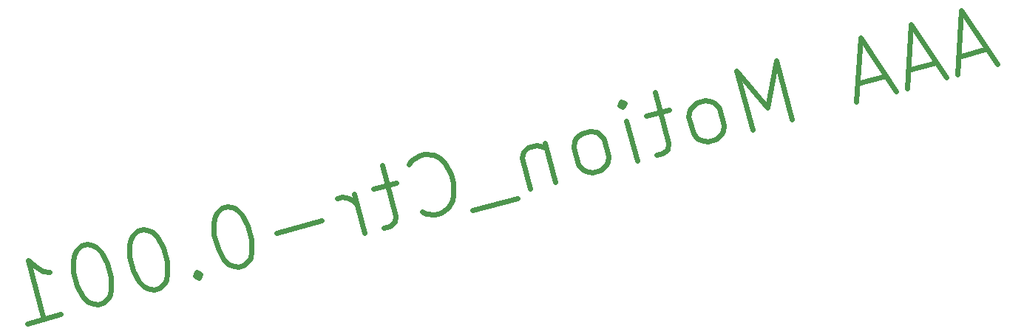
<source format=gbr>
%TF.GenerationSoftware,KiCad,Pcbnew,(5.1.7-0-10_14)*%
%TF.CreationDate,2020-11-02T21:12:23+01:00*%
%TF.ProjectId,controller_motion_pcb,636f6e74-726f-46c6-9c65-725f6d6f7469,rev?*%
%TF.SameCoordinates,Original*%
%TF.FileFunction,Legend,Bot*%
%TF.FilePolarity,Positive*%
%FSLAX46Y46*%
G04 Gerber Fmt 4.6, Leading zero omitted, Abs format (unit mm)*
G04 Created by KiCad (PCBNEW (5.1.7-0-10_14)) date 2020-11-02 21:12:23*
%MOMM*%
%LPD*%
G01*
G04 APERTURE LIST*
%ADD10C,0.600000*%
G04 APERTURE END LIST*
D10*
X189520715Y-45831091D02*
X186300962Y-46693821D01*
X190682303Y-47590397D02*
X186616743Y-41432827D01*
X186174650Y-48798219D01*
X183725160Y-47384005D02*
X180505407Y-48246735D01*
X184886748Y-49143311D02*
X180821188Y-42985741D01*
X180379095Y-50351133D01*
X177929605Y-48936919D02*
X174709852Y-49799650D01*
X179091194Y-50696225D02*
X175025633Y-44538655D01*
X174583540Y-51904047D01*
X167178108Y-53888327D02*
X165366375Y-47126846D01*
X164406643Y-52560386D01*
X160858721Y-48334668D01*
X162670454Y-55096149D01*
X158484776Y-56217698D02*
X159042453Y-55723177D01*
X159278156Y-55314928D01*
X159427585Y-54584705D01*
X158909947Y-52652853D01*
X158415426Y-52095176D01*
X158007177Y-51859473D01*
X157276954Y-51710044D01*
X156311028Y-51968863D01*
X155753350Y-52463385D01*
X155517648Y-52871633D01*
X155368219Y-53601856D01*
X155885857Y-55533708D01*
X156380378Y-56091386D01*
X156788626Y-56327088D01*
X157518850Y-56476517D01*
X158484776Y-56217698D01*
X153091275Y-52831593D02*
X150515473Y-53521777D01*
X151521438Y-50836585D02*
X153074352Y-56632140D01*
X152924923Y-57362364D01*
X152367246Y-57856885D01*
X151723295Y-58029431D01*
X149469468Y-58633342D02*
X148261646Y-54125689D01*
X147657735Y-51871862D02*
X148065983Y-52107564D01*
X147830281Y-52515812D01*
X147422033Y-52280110D01*
X147657735Y-51871862D01*
X147830281Y-52515812D01*
X145283790Y-59754892D02*
X145841467Y-59260370D01*
X146077169Y-58852122D01*
X146226599Y-58121898D01*
X145708961Y-56190047D01*
X145214439Y-55632369D01*
X144806191Y-55396667D01*
X144075967Y-55247238D01*
X143110042Y-55506057D01*
X142552364Y-56000578D01*
X142316662Y-56408826D01*
X142167233Y-57139050D01*
X142684871Y-59070902D01*
X143179392Y-59628579D01*
X143587640Y-59864281D01*
X144317864Y-60013711D01*
X145283790Y-59754892D01*
X138924363Y-56627606D02*
X140132185Y-61135260D01*
X139096909Y-57271557D02*
X138688661Y-57035854D01*
X137958437Y-56886425D01*
X136992511Y-57145244D01*
X136434834Y-57639765D01*
X136285405Y-58369989D01*
X137234408Y-61911717D01*
X135797077Y-62987033D02*
X130645473Y-64367401D01*
X124826801Y-64546141D02*
X125235050Y-64781843D01*
X126287248Y-64845000D01*
X126931199Y-64672453D01*
X127810852Y-64091659D01*
X128282256Y-63275163D01*
X128431685Y-62544939D01*
X128408569Y-61170765D01*
X128149750Y-60204839D01*
X127482682Y-59003211D01*
X126988161Y-58445533D01*
X126171664Y-57974129D01*
X125119466Y-57910973D01*
X124475515Y-58083519D01*
X123595862Y-58664313D01*
X123360160Y-59072561D01*
X121859673Y-61200076D02*
X119283871Y-61890260D01*
X120289836Y-59205068D02*
X121842751Y-65000623D01*
X121693321Y-65730846D01*
X121135644Y-66225368D01*
X120491693Y-66397914D01*
X118237866Y-67001825D02*
X117030044Y-62494171D01*
X117375136Y-63782072D02*
X116880615Y-63224395D01*
X116472367Y-62988692D01*
X115742143Y-62839263D01*
X115098193Y-63011809D01*
X113362004Y-65547572D02*
X108210399Y-66927940D01*
X102581196Y-63950084D02*
X101937246Y-64122630D01*
X101379568Y-64617151D01*
X101143866Y-65025399D01*
X100994437Y-65755623D01*
X101017553Y-67129797D01*
X101448919Y-68739673D01*
X102115986Y-69941302D01*
X102610507Y-70498979D01*
X103018755Y-70734681D01*
X103748979Y-70884111D01*
X104392930Y-70711565D01*
X104950607Y-70217043D01*
X105186309Y-69808795D01*
X105335739Y-69078571D01*
X105312622Y-67704397D01*
X104881257Y-66094521D01*
X104214189Y-64892893D01*
X103719668Y-64335215D01*
X103311420Y-64099513D01*
X102581196Y-63950084D01*
X99068779Y-71447982D02*
X98833077Y-71856231D01*
X99241325Y-72091933D01*
X99477027Y-71683684D01*
X99068779Y-71447982D01*
X99241325Y-72091933D01*
X92921938Y-66538274D02*
X92277987Y-66710820D01*
X91720310Y-67205342D01*
X91484608Y-67613590D01*
X91335178Y-68343813D01*
X91358295Y-69717988D01*
X91789660Y-71327864D01*
X92456728Y-72529492D01*
X92951249Y-73087170D01*
X93359497Y-73322872D01*
X94089721Y-73472301D01*
X94733671Y-73299755D01*
X95291349Y-72805234D01*
X95527051Y-72396985D01*
X95676480Y-71666762D01*
X95653364Y-70292588D01*
X95221999Y-68682711D01*
X94554931Y-67481083D01*
X94060410Y-66923406D01*
X93652162Y-66687703D01*
X92921938Y-66538274D01*
X86482433Y-68263735D02*
X85838482Y-68436281D01*
X85280804Y-68930802D01*
X85045102Y-69339050D01*
X84895673Y-70069274D01*
X84918790Y-71443448D01*
X85350155Y-73053324D01*
X86017222Y-74254952D01*
X86511743Y-74812630D01*
X86919992Y-75048332D01*
X87650215Y-75197761D01*
X88294166Y-75025215D01*
X88851843Y-74530694D01*
X89087546Y-74122446D01*
X89236975Y-73392222D01*
X89213858Y-72018048D01*
X88782493Y-70408172D01*
X88115426Y-69206544D01*
X87620904Y-68648866D01*
X87212656Y-68413164D01*
X86482433Y-68263735D01*
X79600833Y-77354587D02*
X83464537Y-76319311D01*
X81532685Y-76836949D02*
X79720952Y-70075468D01*
X80623721Y-70868848D01*
X81440218Y-71340252D01*
X82170441Y-71489681D01*
M02*

</source>
